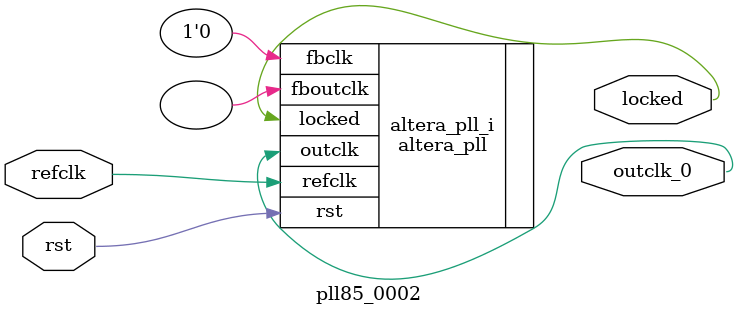
<source format=v>

`timescale 1ns/10ps
module  pll85_0002(

	// interface 'refclk'
	input wire refclk,

	// interface 'reset'
	input wire rst,

	// interface 'outclk0'
	output wire outclk_0,

	// interface 'locked'
	output wire locked
);

	altera_pll #(
		.fractional_vco_multiplier("false"),
		.reference_clock_frequency("50.0 MHz"),
		.operation_mode("direct"),
		.number_of_clocks(1),
		.output_clock_frequency0("85.000000 MHz"),
		.phase_shift0("0 ps"),
		.duty_cycle0(50),
		.output_clock_frequency1("0 MHz"),
		.phase_shift1("0 ps"),
		.duty_cycle1(50),
		.output_clock_frequency2("0 MHz"),
		.phase_shift2("0 ps"),
		.duty_cycle2(50),
		.output_clock_frequency3("0 MHz"),
		.phase_shift3("0 ps"),
		.duty_cycle3(50),
		.output_clock_frequency4("0 MHz"),
		.phase_shift4("0 ps"),
		.duty_cycle4(50),
		.output_clock_frequency5("0 MHz"),
		.phase_shift5("0 ps"),
		.duty_cycle5(50),
		.output_clock_frequency6("0 MHz"),
		.phase_shift6("0 ps"),
		.duty_cycle6(50),
		.output_clock_frequency7("0 MHz"),
		.phase_shift7("0 ps"),
		.duty_cycle7(50),
		.output_clock_frequency8("0 MHz"),
		.phase_shift8("0 ps"),
		.duty_cycle8(50),
		.output_clock_frequency9("0 MHz"),
		.phase_shift9("0 ps"),
		.duty_cycle9(50),
		.output_clock_frequency10("0 MHz"),
		.phase_shift10("0 ps"),
		.duty_cycle10(50),
		.output_clock_frequency11("0 MHz"),
		.phase_shift11("0 ps"),
		.duty_cycle11(50),
		.output_clock_frequency12("0 MHz"),
		.phase_shift12("0 ps"),
		.duty_cycle12(50),
		.output_clock_frequency13("0 MHz"),
		.phase_shift13("0 ps"),
		.duty_cycle13(50),
		.output_clock_frequency14("0 MHz"),
		.phase_shift14("0 ps"),
		.duty_cycle14(50),
		.output_clock_frequency15("0 MHz"),
		.phase_shift15("0 ps"),
		.duty_cycle15(50),
		.output_clock_frequency16("0 MHz"),
		.phase_shift16("0 ps"),
		.duty_cycle16(50),
		.output_clock_frequency17("0 MHz"),
		.phase_shift17("0 ps"),
		.duty_cycle17(50),
		.pll_type("General"),
		.pll_subtype("General")
	) altera_pll_i (
		.rst	(rst),
		.outclk	({outclk_0}),
		.locked	(locked),
		.fboutclk	( ),
		.fbclk	(1'b0),
		.refclk	(refclk)
	);
endmodule


</source>
